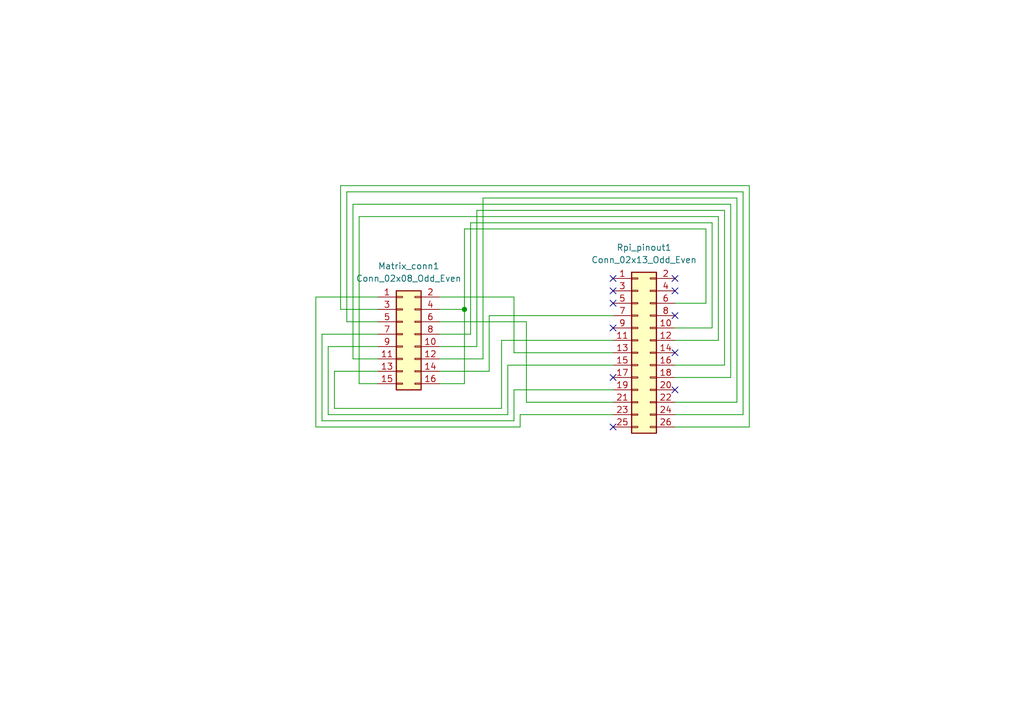
<source format=kicad_sch>
(kicad_sch (version 20231120) (generator "eeschema") (generator_version "8.0")
  (paper "A5")
  (title_block (title "Raspberry pi adapter") (date "2024-07-13") (company "DeVinci Fablab"))
  (lib_symbols
    (symbol "Connector_Generic:Conn_02x08_Odd_Even" (pin_names (offset 1.016) hide)
      (property "Reference" "J" (at 1.27 10.16 0))
      (property "Value" "Conn_02x08_Odd_Even" (at 1.27 -12.7 0))
      (symbol "Conn_02x08_Odd_Even_1_1"
        (rectangle (start -1.27 -10.033) (end 0 -10.287) (stroke (width 0.1524)))
        (rectangle (start -1.27 -7.493) (end 0 -7.747) (stroke (width 0.1524)))
        (rectangle (start -1.27 -4.953) (end 0 -5.207) (stroke (width 0.1524)))
        (rectangle (start -1.27 -2.413) (end 0 -2.667) (stroke (width 0.1524)))
        (rectangle (start -1.27 0.127) (end 0 -0.127) (stroke (width 0.1524)))
        (rectangle (start -1.27 2.667) (end 0 2.413) (stroke (width 0.1524)))
        (rectangle (start -1.27 5.207) (end 0 4.953) (stroke (width 0.1524)))
        (rectangle (start -1.27 7.747) (end 0 7.493) (stroke (width 0.1524)))
        (rectangle (start -1.27 8.89) (end 3.81 -11.43) (stroke (width 0.254)) (fill (type background)))
        (rectangle (start 3.81 -10.033) (end 2.54 -10.287) (stroke (width 0.1524)))
        (rectangle (start 3.81 -7.493) (end 2.54 -7.747) (stroke (width 0.1524)))
        (rectangle (start 3.81 -4.953) (end 2.54 -5.207) (stroke (width 0.1524)))
        (rectangle (start 3.81 -2.413) (end 2.54 -2.667) (stroke (width 0.1524)))
        (rectangle (start 3.81 0.127) (end 2.54 -0.127) (stroke (width 0.1524)))
        (rectangle (start 3.81 2.667) (end 2.54 2.413) (stroke (width 0.1524)))
        (rectangle (start 3.81 5.207) (end 2.54 4.953) (stroke (width 0.1524)))
        (rectangle (start 3.81 7.747) (end 2.54 7.493) (stroke (width 0.1524)))
        (pin passive line (at -5.08 7.62 0) (length 3.81) (name "Pin_1") (number "1"))
        (pin passive line (at 7.62 -2.54 180) (length 3.81) (name "Pin_10") (number "10"))
        (pin passive line (at -5.08 -5.08 0) (length 3.81) (name "Pin_11") (number "11"))
        (pin passive line (at 7.62 -5.08 180) (length 3.81) (name "Pin_12") (number "12"))
        (pin passive line (at -5.08 -7.62 0) (length 3.81) (name "Pin_13") (number "13"))
        (pin passive line (at 7.62 -7.62 180) (length 3.81) (name "Pin_14") (number "14"))
        (pin passive line (at -5.08 -10.16 0) (length 3.81) (name "Pin_15") (number "15"))
        (pin passive line (at 7.62 -10.16 180) (length 3.81) (name "Pin_16") (number "16"))
        (pin passive line (at 7.62 7.62 180) (length 3.81) (name "Pin_2") (number "2"))
        (pin passive line (at -5.08 5.08 0) (length 3.81) (name "Pin_3") (number "3"))
        (pin passive line (at 7.62 5.08 180) (length 3.81) (name "Pin_4") (number "4"))
        (pin passive line (at -5.08 2.54 0) (length 3.81) (name "Pin_5") (number "5"))
        (pin passive line (at 7.62 2.54 180) (length 3.81) (name "Pin_6") (number "6"))
        (pin passive line (at -5.08 0 0) (length 3.81) (name "Pin_7") (number "7"))
        (pin passive line (at 7.62 0 180) (length 3.81) (name "Pin_8") (number "8"))
        (pin passive line (at -5.08 -2.54 0) (length 3.81) (name "Pin_9") (number "9"))
      )
    )
    (symbol "Connector_Generic:Conn_02x13_Odd_Even" (pin_names (offset 1.016) hide)
      (property "Reference" "J" (at 1.27 17.78 0))
      (property "Value" "Conn_02x13_Odd_Even" (at 1.27 -17.78 0))
      (symbol "Conn_02x13_Odd_Even_1_1"
        (rectangle (start -1.27 -15.113) (end 0 -15.367) (stroke (width 0.1524)))
        (rectangle (start -1.27 -12.573) (end 0 -12.827) (stroke (width 0.1524)))
        (rectangle (start -1.27 -10.033) (end 0 -10.287) (stroke (width 0.1524)))
        (rectangle (start -1.27 -7.493) (end 0 -7.747) (stroke (width 0.1524)))
        (rectangle (start -1.27 -4.953) (end 0 -5.207) (stroke (width 0.1524)))
        (rectangle (start -1.27 -2.413) (end 0 -2.667) (stroke (width 0.1524)))
        (rectangle (start -1.27 0.127) (end 0 -0.127) (stroke (width 0.1524)))
        (rectangle (start -1.27 2.667) (end 0 2.413) (stroke (width 0.1524)))
        (rectangle (start -1.27 5.207) (end 0 4.953) (stroke (width 0.1524)))
        (rectangle (start -1.27 7.747) (end 0 7.493) (stroke (width 0.1524)))
        (rectangle (start -1.27 10.287) (end 0 10.033) (stroke (width 0.1524)))
        (rectangle (start -1.27 12.827) (end 0 12.573) (stroke (width 0.1524)))
        (rectangle (start -1.27 15.367) (end 0 15.113) (stroke (width 0.1524)))
        (rectangle (start -1.27 16.51) (end 3.81 -16.51) (stroke (width 0.254)) (fill (type background)))
        (rectangle (start 3.81 -15.113) (end 2.54 -15.367) (stroke (width 0.1524)))
        (rectangle (start 3.81 -12.573) (end 2.54 -12.827) (stroke (width 0.1524)))
        (rectangle (start 3.81 -10.033) (end 2.54 -10.287) (stroke (width 0.1524)))
        (rectangle (start 3.81 -7.493) (end 2.54 -7.747) (stroke (width 0.1524)))
        (rectangle (start 3.81 -4.953) (end 2.54 -5.207) (stroke (width 0.1524)))
        (rectangle (start 3.81 -2.413) (end 2.54 -2.667) (stroke (width 0.1524)))
        (rectangle (start 3.81 0.127) (end 2.54 -0.127) (stroke (width 0.1524)))
        (rectangle (start 3.81 2.667) (end 2.54 2.413) (stroke (width 0.1524)))
        (rectangle (start 3.81 5.207) (end 2.54 4.953) (stroke (width 0.1524)))
        (rectangle (start 3.81 7.747) (end 2.54 7.493) (stroke (width 0.1524)))
        (rectangle (start 3.81 10.287) (end 2.54 10.033) (stroke (width 0.1524)))
        (rectangle (start 3.81 12.827) (end 2.54 12.573) (stroke (width 0.1524)))
        (rectangle (start 3.81 15.367) (end 2.54 15.113) (stroke (width 0.1524)))
        (pin passive line (at -5.08 15.24 0) (length 3.81) (name "Pin_1") (number "1"))
        (pin passive line (at 7.62 5.08 180) (length 3.81) (name "Pin_10") (number "10"))
        (pin passive line (at -5.08 2.54 0) (length 3.81) (name "Pin_11") (number "11"))
        (pin passive line (at 7.62 2.54 180) (length 3.81) (name "Pin_12") (number "12"))
        (pin passive line (at -5.08 0 0) (length 3.81) (name "Pin_13") (number "13"))
        (pin passive line (at 7.62 0 180) (length 3.81) (name "Pin_14") (number "14"))
        (pin passive line (at -5.08 -2.54 0) (length 3.81) (name "Pin_15") (number "15"))
        (pin passive line (at 7.62 -2.54 180) (length 3.81) (name "Pin_16") (number "16"))
        (pin passive line (at -5.08 -5.08 0) (length 3.81) (name "Pin_17") (number "17"))
        (pin passive line (at 7.62 -5.08 180) (length 3.81) (name "Pin_18") (number "18"))
        (pin passive line (at -5.08 -7.62 0) (length 3.81) (name "Pin_19") (number "19"))
        (pin passive line (at 7.62 15.24 180) (length 3.81) (name "Pin_2") (number "2"))
        (pin passive line (at 7.62 -7.62 180) (length 3.81) (name "Pin_20") (number "20"))
        (pin passive line (at -5.08 -10.16 0) (length 3.81) (name "Pin_21") (number "21"))
        (pin passive line (at 7.62 -10.16 180) (length 3.81) (name "Pin_22") (number "22"))
        (pin passive line (at -5.08 -12.7 0) (length 3.81) (name "Pin_23") (number "23"))
        (pin passive line (at 7.62 -12.7 180) (length 3.81) (name "Pin_24") (number "24"))
        (pin passive line (at -5.08 -15.24 0) (length 3.81) (name "Pin_25") (number "25"))
        (pin passive line (at 7.62 -15.24 180) (length 3.81) (name "Pin_26") (number "26"))
        (pin passive line (at -5.08 12.7 0) (length 3.81) (name "Pin_3") (number "3"))
        (pin passive line (at 7.62 12.7 180) (length 3.81) (name "Pin_4") (number "4"))
        (pin passive line (at -5.08 10.16 0) (length 3.81) (name "Pin_5") (number "5"))
        (pin passive line (at 7.62 10.16 180) (length 3.81) (name "Pin_6") (number "6"))
        (pin passive line (at -5.08 7.62 0) (length 3.81) (name "Pin_7") (number "7"))
        (pin passive line (at 7.62 7.62 180) (length 3.81) (name "Pin_8") (number "8"))
        (pin passive line (at -5.08 5.08 0) (length 3.81) (name "Pin_9") (number "9"))
      )
    )
  )
  (junction (at 95.25 63.5))
  (no_connect (at 125.73 67.31))
  (no_connect (at 125.73 87.63))
  (no_connect (at 138.43 72.39))
  (no_connect (at 125.73 62.23))
  (no_connect (at 138.43 57.15))
  (no_connect (at 125.73 77.47))
  (no_connect (at 138.43 80.01))
  (no_connect (at 125.73 57.15))
  (no_connect (at 138.43 64.77))
  (no_connect (at 125.73 59.69))
  (no_connect (at 138.43 59.69))
  (wire (pts (xy 149.86 41.91) (xy 72.39 41.91)))
  (wire (pts (xy 104.14 74.93) (xy 125.73 74.93)))
  (wire (pts (xy 152.4 39.37) (xy 71.12 39.37)))
  (wire (pts (xy 72.39 73.66) (xy 77.47 73.66)))
  (wire (pts (xy 104.14 74.93) (xy 104.14 85.09)))
  (wire (pts (xy 107.95 82.55) (xy 107.95 66.04)))
  (wire (pts (xy 64.77 87.63) (xy 64.77 60.96)))
  (wire (pts (xy 90.17 71.12) (xy 97.79 71.12)))
  (wire (pts (xy 66.04 68.58) (xy 77.47 68.58)))
  (wire (pts (xy 95.25 46.99) (xy 144.78 46.99)))
  (wire (pts (xy 105.41 80.01) (xy 105.41 86.36)))
  (wire (pts (xy 105.41 60.96) (xy 90.17 60.96)))
  (wire (pts (xy 90.17 68.58) (xy 96.52 68.58)))
  (wire (pts (xy 147.32 44.45) (xy 73.66 44.45)))
  (wire (pts (xy 69.85 63.5) (xy 77.47 63.5)))
  (wire (pts (xy 138.43 67.31) (xy 146.05 67.31)))
  (wire (pts (xy 95.25 78.74) (xy 95.25 63.5)))
  (wire (pts (xy 125.73 69.85) (xy 102.87 69.85)))
  (wire (pts (xy 95.25 63.5) (xy 95.25 46.99)))
  (wire (pts (xy 105.41 86.36) (xy 66.04 86.36)))
  (wire (pts (xy 138.43 82.55) (xy 151.13 82.55)))
  (wire (pts (xy 106.68 85.09) (xy 106.68 87.63)))
  (wire (pts (xy 125.73 64.77) (xy 100.33 64.77)))
  (wire (pts (xy 148.59 43.18) (xy 97.79 43.18)))
  (wire (pts (xy 100.33 64.77) (xy 100.33 76.2)))
  (wire (pts (xy 144.78 62.23) (xy 138.43 62.23)))
  (wire (pts (xy 138.43 69.85) (xy 147.32 69.85)))
  (wire (pts (xy 125.73 82.55) (xy 107.95 82.55)))
  (wire (pts (xy 90.17 76.2) (xy 100.33 76.2)))
  (wire (pts (xy 149.86 77.47) (xy 149.86 41.91)))
  (wire (pts (xy 72.39 41.91) (xy 72.39 73.66)))
  (wire (pts (xy 144.78 46.99) (xy 144.78 62.23)))
  (wire (pts (xy 99.06 40.64) (xy 99.06 73.66)))
  (wire (pts (xy 67.31 71.12) (xy 77.47 71.12)))
  (wire (pts (xy 138.43 74.93) (xy 148.59 74.93)))
  (wire (pts (xy 97.79 43.18) (xy 97.79 71.12)))
  (wire (pts (xy 71.12 66.04) (xy 77.47 66.04)))
  (wire (pts (xy 125.73 72.39) (xy 105.41 72.39)))
  (wire (pts (xy 102.87 69.85) (xy 102.87 83.82)))
  (wire (pts (xy 148.59 74.93) (xy 148.59 43.18)))
  (wire (pts (xy 125.73 80.01) (xy 105.41 80.01)))
  (wire (pts (xy 73.66 78.74) (xy 77.47 78.74)))
  (wire (pts (xy 73.66 44.45) (xy 73.66 78.74)))
  (wire (pts (xy 64.77 60.96) (xy 77.47 60.96)))
  (wire (pts (xy 147.32 69.85) (xy 147.32 44.45)))
  (wire (pts (xy 104.14 85.09) (xy 67.31 85.09)))
  (wire (pts (xy 106.68 87.63) (xy 64.77 87.63)))
  (wire (pts (xy 105.41 72.39) (xy 105.41 60.96)))
  (wire (pts (xy 146.05 45.72) (xy 96.52 45.72)))
  (wire (pts (xy 125.73 85.09) (xy 106.68 85.09)))
  (wire (pts (xy 138.43 85.09) (xy 152.4 85.09)))
  (wire (pts (xy 90.17 78.74) (xy 95.25 78.74)))
  (wire (pts (xy 69.85 38.1) (xy 69.85 63.5)))
  (wire (pts (xy 153.67 87.63) (xy 153.67 38.1)))
  (wire (pts (xy 151.13 40.64) (xy 99.06 40.64)))
  (wire (pts (xy 66.04 86.36) (xy 66.04 68.58)))
  (wire (pts (xy 107.95 66.04) (xy 90.17 66.04)))
  (wire (pts (xy 102.87 83.82) (xy 68.58 83.82)))
  (wire (pts (xy 151.13 82.55) (xy 151.13 40.64)))
  (wire (pts (xy 96.52 45.72) (xy 96.52 68.58)))
  (wire (pts (xy 71.12 39.37) (xy 71.12 66.04)))
  (wire (pts (xy 138.43 87.63) (xy 153.67 87.63)))
  (wire (pts (xy 67.31 85.09) (xy 67.31 71.12)))
  (wire (pts (xy 68.58 76.2) (xy 77.47 76.2)))
  (wire (pts (xy 99.06 73.66) (xy 90.17 73.66)))
  (wire (pts (xy 68.58 83.82) (xy 68.58 76.2)))
  (wire (pts (xy 95.25 63.5) (xy 90.17 63.5)))
  (wire (pts (xy 146.05 67.31) (xy 146.05 45.72)))
  (wire (pts (xy 153.67 38.1) (xy 69.85 38.1)))
  (wire (pts (xy 138.43 77.47) (xy 149.86 77.47)))
  (wire (pts (xy 152.4 85.09) (xy 152.4 39.37)))
  (symbol (lib_id "Connector_Generic:Conn_02x08_Odd_Even") (at 82.55 68.58 0) (unit 1)
    (property "Reference" "Matrix_conn1" (at 83.82 54.61 0))
    (property "Value" "Conn_02x08_Odd_Even" (at 83.82 57.15 0))
    (property "Footprint" "Connector_PinHeader_2.54mm:PinHeader_2x08_P2.54mm_Vertical" (effects (hide yes)))
    (property "Description" "Generic connector, double row, 02x08, odd/even pin numbering scheme (row 1 odd numbers, row 2 even numbers), script generated (kicad-library-utils/schlib/autogen/connector/)" (effects (hide yes)))
  )
  (symbol (lib_id "Connector_Generic:Conn_02x13_Odd_Even") (at 130.81 72.39 0) (unit 1)
    (property "Reference" "Rpi_pinout1" (at 132.08 50.8 0))
    (property "Value" "Conn_02x13_Odd_Even" (at 132.08 53.34 0))
    (property "Footprint" "Connector_PinSocket_2.54mm:PinSocket_2x13_P2.54mm_Vertical" (effects (hide yes)))
    (property "Description" "Generic connector, double row, 02x13, odd/even pin numbering scheme (row 1 odd numbers, row 2 even numbers), script generated (kicad-library-utils/schlib/autogen/connector/)" (effects (hide yes)))
  )
)
</source>
